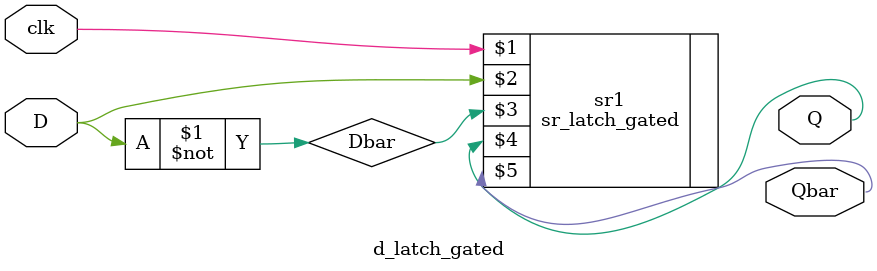
<source format=v>
module d_latch_gated(clk, D, Q, Qbar);
	input clk, D;
	output Q, Qbar;
	wire Dbar;
	not g1(Dbar, D);
	sr_latch_gated sr1(clk, D, Dbar, Q, Qbar);
endmodule

</source>
